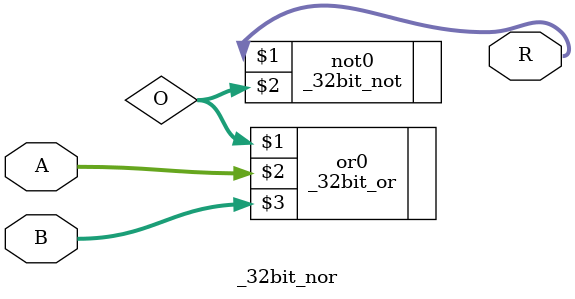
<source format=v>
module _32bit_nor (R, A, B);
input [31:0] A,B;
output [31:0] R;
wire [31:0] O;

_32bit_or or0(O, A, B);
_32bit_not not0(R, O);

endmodule

</source>
